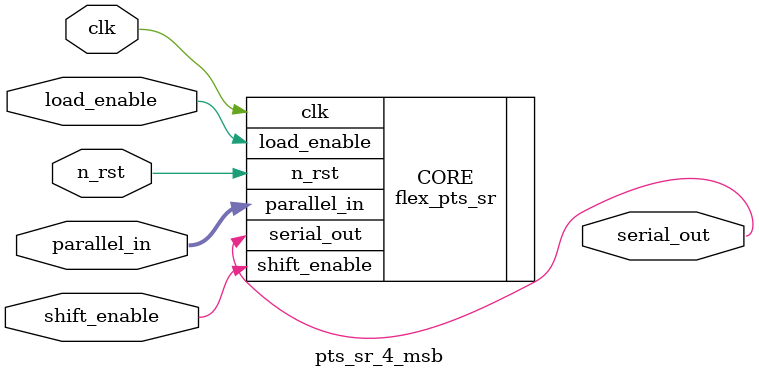
<source format=sv>

module pts_sr_4_msb
(
  input wire clk,
  input wire n_rst,
  input wire shift_enable,
  input wire load_enable,
  input wire [3:0] parallel_in,
  output reg serial_out
);

  flex_pts_sr 
  CORE(
    .clk(clk),
    .n_rst(n_rst),
    .parallel_in(parallel_in),
    .shift_enable(shift_enable),
    .load_enable(load_enable),
    .serial_out(serial_out)
  );

endmodule

</source>
